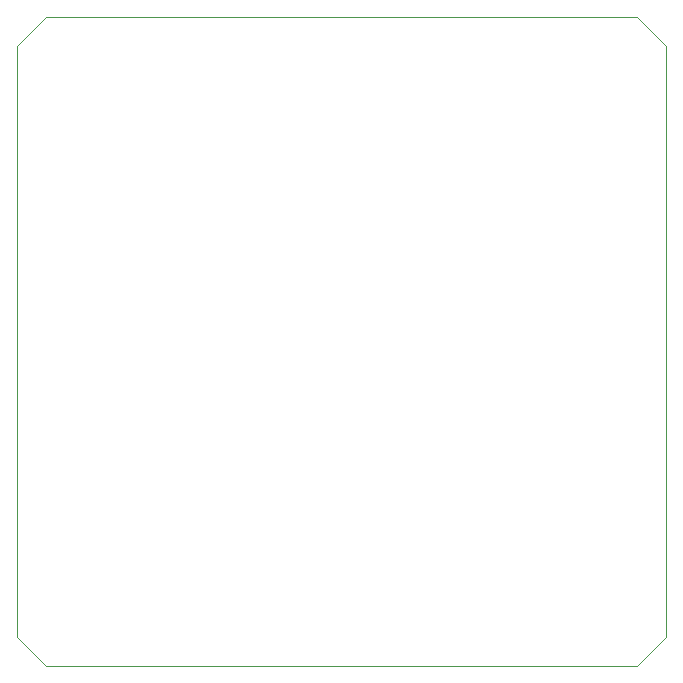
<source format=gbr>
%TF.GenerationSoftware,KiCad,Pcbnew,8.0.9-8.0.9-0~ubuntu24.04.1*%
%TF.CreationDate,2025-04-13T19:06:23+05:00*%
%TF.ProjectId,ThetaAnomalain,54686574-6141-46e6-9f6d-616c61696e2e,rev?*%
%TF.SameCoordinates,Original*%
%TF.FileFunction,Profile,NP*%
%FSLAX46Y46*%
G04 Gerber Fmt 4.6, Leading zero omitted, Abs format (unit mm)*
G04 Created by KiCad (PCBNEW 8.0.9-8.0.9-0~ubuntu24.04.1) date 2025-04-13 19:06:23*
%MOMM*%
%LPD*%
G01*
G04 APERTURE LIST*
%TA.AperFunction,Profile*%
%ADD10C,0.050000*%
%TD*%
G04 APERTURE END LIST*
D10*
X73000000Y-126500000D02*
X75500000Y-129000000D01*
X73000000Y-126500000D02*
X73000000Y-76500000D01*
X128000000Y-76500000D02*
X128000000Y-126500000D01*
X75500000Y-74000000D02*
X125500000Y-74000000D01*
X75500000Y-74000000D02*
X73000000Y-76500000D01*
X125500000Y-129000000D02*
X75500000Y-129000000D01*
X128000000Y-76500000D02*
X125500000Y-74000000D01*
X125500000Y-129000000D02*
X128000000Y-126500000D01*
M02*

</source>
